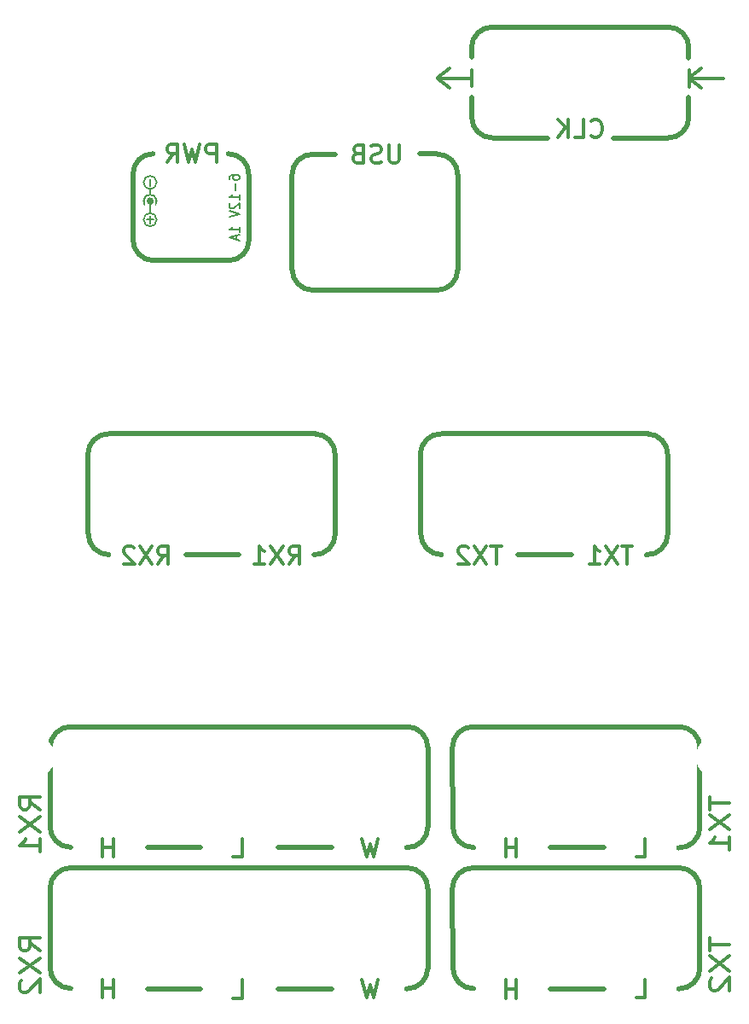
<source format=gbo>
%MOIN*%
%OFA0B0*%
%FSLAX46Y46*%
%IPPOS*%
%LPD*%
%ADD10C,0.005905511811023622*%
%ADD11C,0.011811023622047244*%
%ADD12C,0.01968503937007874*%
%ADD13C,0.031496062992125991*%
%ADD14C,0.11811023622047245*%
%ADD15C,0.027559055118110236*%
%ADD16C,0.053149606299212608*%
%ADD27C,0.005905511811023622*%
%ADD28C,0.011811023622047244*%
%ADD29C,0.01968503937007874*%
%ADD30C,0.013779527559055118*%
%ADD31C,0.031496062992125991*%
%ADD32C,0.015748031496062995*%
%ADD33C,0.11811023622047245*%
%ADD34C,0.027559055118110236*%
%ADD35C,0.053149606299212608*%
%ADD36C,0.00039370078740157485*%
%ADD47C,0.005905511811023622*%
%ADD48C,0.01968503937007874*%
%ADD49C,0.011811023622047244*%
%ADD50C,0.031496062992125991*%
%ADD51C,0.015748031496062995*%
%ADD52C,0.11811023622047245*%
%ADD53C,0.027559055118110236*%
%ADD54C,0.053149606299212608*%
%ADD55C,0.00039370078740157485*%
%LPD*%
G01*
D10*
D11*
X0001737630Y0003870880D02*
X0001784875Y0003831510D01*
X0001737630Y0003871647D02*
X0001784875Y0003910250D01*
X0001871489Y0003902376D02*
X0001871489Y0003839384D01*
X0001871489Y0003870880D02*
X0001737630Y0003870880D01*
D12*
X0000920697Y0003575629D02*
G75*
G02X0001001410Y0003492928I0000000003J-0000080732D01*
G01*
X0001001410Y0003492928D02*
X0001001410Y0003237022D01*
X0001001410Y0003237022D02*
G75*
G02X0000922670Y0003158282I-0000078740D01*
G01*
X0001871674Y0003989757D02*
G75*
G02X0001954376Y0004070466I0000080732D01*
G01*
D11*
X0002721882Y0003902376D02*
X0002721882Y0003835447D01*
X0002721882Y0003871647D02*
X0002769127Y0003910250D01*
X0002855741Y0003870880D02*
X0002721882Y0003870880D01*
X0002721882Y0003870880D02*
X0002769127Y0003831510D01*
D12*
X0001871674Y0003989757D02*
X0001871674Y0003952380D01*
X0002720517Y0003987765D02*
X0002720517Y0003950387D01*
X0002720517Y0003794851D02*
X0002720517Y0003718104D01*
X0001872068Y0003796844D02*
X0001872068Y0003718104D01*
X0001952777Y0003637371D02*
G75*
G02X0001872044Y0003718104J0000080732D01*
G01*
X0002720517Y0003718104D02*
G75*
G02X0002637816Y0003637395I-0000080732D01*
G01*
X0002169312Y0003637395D02*
X0001954745Y0003637395D01*
D11*
X0002338296Y0003644784D02*
X0002341670Y0003641409D01*
X0002351794Y0003638035D01*
X0002358543Y0003638035D01*
X0002368667Y0003641409D01*
X0002375416Y0003648158D01*
X0002378791Y0003654907D01*
X0002382165Y0003668406D01*
X0002382165Y0003678529D01*
X0002378791Y0003692028D01*
X0002375416Y0003698777D01*
X0002368667Y0003705526D01*
X0002358543Y0003708901D01*
X0002351794Y0003708901D01*
X0002341670Y0003705526D01*
X0002338296Y0003702152D01*
X0002274179Y0003638035D02*
X0002307925Y0003638035D01*
X0002307925Y0003708901D01*
X0002250557Y0003638035D02*
X0002250557Y0003708901D01*
X0002210062Y0003638035D02*
X0002240433Y0003678529D01*
X0002210062Y0003708901D02*
X0002250557Y0003668406D01*
D12*
X0002637816Y0003637395D02*
X0002425218Y0003637395D01*
D10*
X0000924732Y0003476617D02*
X0000924732Y0003483366D01*
X0000926607Y0003486741D01*
X0000928482Y0003488428D01*
X0000934106Y0003491803D01*
X0000941605Y0003493490D01*
X0000956603Y0003493490D01*
X0000960353Y0003491803D01*
X0000962227Y0003490116D01*
X0000964102Y0003486741D01*
X0000964102Y0003479992D01*
X0000962227Y0003476617D01*
X0000960353Y0003474930D01*
X0000956603Y0003473243D01*
X0000947229Y0003473243D01*
X0000943480Y0003474930D01*
X0000941605Y0003476617D01*
X0000939730Y0003479992D01*
X0000939730Y0003486741D01*
X0000941605Y0003490116D01*
X0000943480Y0003491803D01*
X0000947229Y0003493490D01*
X0000949104Y0003458057D02*
X0000949104Y0003431060D01*
X0000964102Y0003395627D02*
X0000964102Y0003415875D01*
X0000964102Y0003405751D02*
X0000924732Y0003405751D01*
X0000930356Y0003409126D01*
X0000934106Y0003412500D01*
X0000935981Y0003415875D01*
X0000928482Y0003382129D02*
X0000926607Y0003380442D01*
X0000924732Y0003377067D01*
X0000924732Y0003368631D01*
X0000926607Y0003365256D01*
X0000928482Y0003363569D01*
X0000932231Y0003361882D01*
X0000935981Y0003361882D01*
X0000941605Y0003363569D01*
X0000964102Y0003383816D01*
X0000964102Y0003361882D01*
X0000924732Y0003351758D02*
X0000964102Y0003339947D01*
X0000924732Y0003328136D01*
X0000964102Y0003270768D02*
X0000964102Y0003291015D01*
X0000964102Y0003280892D02*
X0000924732Y0003280892D01*
X0000930356Y0003284266D01*
X0000934106Y0003287641D01*
X0000935981Y0003291015D01*
X0000952854Y0003257270D02*
X0000952854Y0003240397D01*
X0000964102Y0003260644D02*
X0000924732Y0003248833D01*
X0000964102Y0003237022D01*
D12*
X0001339421Y0003573758D02*
X0001252807Y0003573758D01*
X0001737029Y0003574427D02*
X0001668131Y0003574427D01*
X0001817785Y0003123222D02*
G75*
G02X0001735084Y0003042513I-0000080732D01*
G01*
X0001251230Y0003042513D02*
G75*
G02X0001170517Y0003125214I-0000000003J0000080732D01*
G01*
X0001250838Y0003042262D02*
X0001735090Y0003042262D01*
X0001170124Y0003121253D02*
X0001170124Y0003491332D01*
X0001170124Y0003491332D02*
G75*
G02X0001252807Y0003573758I0000080714J0000001717D01*
G01*
X0001737029Y0003574427D02*
G75*
G02X0001817737Y0003491726J-0000080732D01*
G01*
X0001817761Y0003122435D02*
X0001817737Y0003491726D01*
X0000548654Y0003240959D02*
X0000548654Y0003496865D01*
X0000548654Y0003496865D02*
G75*
G02X0000627394Y0003575605I0000078740D01*
G01*
X0000629367Y0003158258D02*
G75*
G02X0000548654Y0003240959I-0000000003J0000080732D01*
G01*
X0000629367Y0003158258D02*
X0000921305Y0003158258D01*
D11*
X0000874240Y0003541806D02*
X0000874240Y0003612672D01*
X0000847243Y0003612672D01*
X0000840494Y0003609297D01*
X0000837120Y0003605922D01*
X0000833745Y0003599173D01*
X0000833745Y0003589050D01*
X0000837120Y0003582300D01*
X0000840494Y0003578926D01*
X0000847243Y0003575551D01*
X0000874240Y0003575551D01*
X0000810123Y0003612672D02*
X0000793250Y0003541806D01*
X0000779752Y0003592424D01*
X0000766254Y0003541806D01*
X0000749381Y0003612672D01*
X0000681889Y0003541806D02*
X0000705511Y0003575551D01*
X0000722384Y0003541806D02*
X0000722384Y0003612672D01*
X0000695387Y0003612672D01*
X0000688638Y0003609297D01*
X0000685264Y0003605922D01*
X0000681889Y0003599173D01*
X0000681889Y0003589050D01*
X0000685264Y0003582300D01*
X0000688638Y0003578926D01*
X0000695387Y0003575551D01*
X0000722384Y0003575551D01*
X0001590259Y0003609585D02*
X0001590259Y0003552217D01*
X0001586884Y0003545468D01*
X0001583510Y0003542094D01*
X0001576760Y0003538719D01*
X0001563262Y0003538719D01*
X0001556513Y0003542094D01*
X0001553138Y0003545468D01*
X0001549764Y0003552217D01*
X0001549764Y0003609585D01*
X0001519392Y0003542094D02*
X0001509269Y0003538719D01*
X0001492396Y0003538719D01*
X0001485647Y0003542094D01*
X0001482272Y0003545468D01*
X0001478898Y0003552217D01*
X0001478898Y0003558967D01*
X0001482272Y0003565716D01*
X0001485647Y0003569090D01*
X0001492396Y0003572465D01*
X0001505894Y0003575840D01*
X0001512643Y0003579214D01*
X0001516018Y0003582589D01*
X0001519392Y0003589338D01*
X0001519392Y0003596087D01*
X0001516018Y0003602836D01*
X0001512643Y0003606211D01*
X0001505894Y0003609585D01*
X0001489021Y0003609585D01*
X0001478898Y0003606211D01*
X0001424904Y0003575840D02*
X0001414781Y0003572465D01*
X0001411406Y0003569090D01*
X0001408031Y0003562341D01*
X0001408031Y0003552217D01*
X0001411406Y0003545468D01*
X0001414781Y0003542094D01*
X0001421530Y0003538719D01*
X0001448526Y0003538719D01*
X0001448526Y0003609585D01*
X0001424904Y0003609585D01*
X0001418155Y0003606211D01*
X0001414781Y0003602836D01*
X0001411406Y0003596087D01*
X0001411406Y0003589338D01*
X0001414781Y0003582589D01*
X0001418155Y0003579214D01*
X0001424904Y0003575840D01*
X0001448526Y0003575840D01*
D12*
X0002639809Y0004070466D02*
X0001954376Y0004070466D01*
X0002639809Y0004070466D02*
G75*
G02X0002720517Y0003987765J-0000080732D01*
G01*
D10*
X0000589993Y0003390565D02*
G75*
G02X0000615583Y0003416156I0000025590D01*
G01*
X0000615583Y0003416156D02*
G75*
G02X0000641174Y0003390565J-0000025590D01*
G01*
X0000615583Y0003416156D02*
X0000615583Y0003437810D01*
X0000641174Y0003463400D02*
G75*
G03X0000641174Y0003463400I-0000025590D01*
G01*
X0000641174Y0003317731D02*
G75*
G03X0000641174Y0003317731I-0000025590D01*
G01*
X0000615583Y0003343321D02*
X0000615583Y0003378754D01*
D11*
X0000619520Y0003390565D02*
G75*
G03X0000619520Y0003390565I-0000003937D01*
G01*
X0000623457Y0003390565D02*
G75*
G03X0000623457Y0003390565I-0000007874D01*
G01*
D10*
X0000593930Y0003376786D02*
G75*
G02X0000601804Y0003412219I0000021653J0000013779D01*
G01*
X0000629363Y0003412219D02*
G75*
G02X0000637237Y0003376786I-0000013779J-0000021653D01*
G01*
X0000615583Y0003477180D02*
X0000615583Y0003449621D01*
X0000615583Y0003331510D02*
X0000615583Y0003303951D01*
X0000629363Y0003317731D02*
X0000601804Y0003317731D01*
%LPC*%
D13*
X0002902964Y0004172308D02*
G75*
G03X0002902964Y0004172308I-0000070866D01*
G01*
X0002902177Y0003106166D02*
G75*
G03X0002902177Y0003106166I-0000070866D01*
G01*
X0000225405Y0003107347D02*
G75*
G03X0000225405Y0003107347I-0000070866D01*
G01*
X0000225799Y0004171914D02*
G75*
G03X0000225799Y0004171914I-0000070866D01*
G01*
D14*
X0002185433Y0003861417D02*
G75*
G03X0002185433Y0003861417I-0000104724D01*
G01*
D15*
X0002196062Y0003933858D02*
X0002196062Y0003788582D01*
D16*
X0002231496Y0003861417D02*
G75*
G03X0002231496Y0003861417I-0000150787D01*
G01*
X0002664566Y0003861417D02*
G75*
G03X0002664566Y0003861417I-0000150787D01*
G01*
D15*
X0002629133Y0003933858D02*
X0002629133Y0003788582D01*
D14*
X0002618503Y0003861417D02*
G75*
G03X0002618503Y0003861417I-0000104724D01*
G01*
G04 next file*
%LPD*%
G01*
D27*
D28*
X0002515466Y0000828965D02*
X0002549212Y0000828965D01*
X0002549212Y0000899831D01*
D29*
X0002387795Y0000864960D02*
X0002179133Y0000864960D01*
D28*
X0002045837Y0000828378D02*
X0002045837Y0000899245D01*
X0002045837Y0000865499D02*
X0002005342Y0000865499D01*
X0002005342Y0000828378D02*
X0002005342Y0000899245D01*
D29*
X0001879527Y0000865354D02*
G75*
G02X0001798818Y0000948055J0000080732D01*
G01*
X0001796850Y0001255118D02*
X0001798818Y0000948055D01*
X0001796826Y0001256692D02*
G75*
G02X0001879527Y0001337401I0000080732D01*
G01*
X0002687007Y0001337401D02*
X0001879921Y0001337401D01*
X0002683070Y0001337401D02*
G75*
G02X0002763779Y0001254700J-0000080732D01*
G01*
X0002763779Y0000944881D02*
X0002763779Y0001254700D01*
X0002763779Y0000944881D02*
G75*
G02X0002681078Y0000864173I-0000080732D01*
G01*
D30*
X0002801368Y0001062748D02*
X0002801368Y0001013254D01*
X0002880108Y0001038001D02*
X0002801368Y0001038001D01*
X0002801368Y0000992632D02*
X0002880108Y0000934889D01*
X0002801368Y0000934889D02*
X0002880108Y0000992632D01*
X0002880108Y0000856523D02*
X0002880108Y0000906018D01*
X0002880108Y0000881271D02*
X0002801368Y0000881271D01*
X0002812617Y0000889520D01*
X0002820116Y0000897769D01*
X0002823865Y0000906018D01*
D29*
X0001796826Y0000705511D02*
G75*
G02X0001879527Y0000786220I0000080732D01*
G01*
X0001796850Y0000703937D02*
X0001798818Y0000396874D01*
X0001879527Y0000314173D02*
G75*
G02X0001798818Y0000396874J0000080732D01*
G01*
X0001620077Y0001337401D02*
G75*
G02X0001700787Y0001254700J-0000080732D01*
G01*
X0001700787Y0000946850D02*
X0001700787Y0001254700D01*
X0001700787Y0000945669D02*
G75*
G02X0001618086Y0000864960I-0000080732D01*
G01*
D28*
X0001504780Y0000899831D02*
X0001487907Y0000828965D01*
X0001474409Y0000879583D01*
X0001460911Y0000828965D01*
X0001444038Y0000899831D01*
D29*
X0001324803Y0000864960D02*
X0001116141Y0000864960D01*
D28*
X0000940663Y0000828378D02*
X0000974409Y0000828378D01*
X0000974409Y0000899245D01*
D29*
X0000812992Y0000864960D02*
X0000604330Y0000864960D01*
D28*
X0000471034Y0000828965D02*
X0000471034Y0000899831D01*
X0000471034Y0000866085D02*
X0000430539Y0000866085D01*
X0000430539Y0000828965D02*
X0000430539Y0000899831D01*
D29*
X0000305355Y0000866342D02*
G75*
G02X0000224647Y0000949044J0000080732D01*
G01*
X0001624015Y0001337401D02*
X0000307086Y0001337401D01*
X0000224385Y0001256692D02*
G75*
G02X0000307086Y0001337401I0000080732D01*
G01*
X0000224647Y0000949020D02*
X0000224647Y0001258075D01*
D30*
X0000184439Y0001013948D02*
X0000146944Y0001042818D01*
X0000184439Y0001063442D02*
X0000105699Y0001063442D01*
X0000105699Y0001030446D01*
X0000109448Y0001022197D01*
X0000113198Y0001018072D01*
X0000120697Y0001013948D01*
X0000131945Y0001013948D01*
X0000139445Y0001018072D01*
X0000143194Y0001022197D01*
X0000146944Y0001030446D01*
X0000146944Y0001063442D01*
X0000105699Y0000985076D02*
X0000184439Y0000927334D01*
X0000105699Y0000927334D02*
X0000184439Y0000985076D01*
X0000184439Y0000848968D02*
X0000184439Y0000898462D01*
X0000184439Y0000873715D02*
X0000105699Y0000873715D01*
X0000116947Y0000881963D01*
X0000124446Y0000890212D01*
X0000128196Y0000898462D01*
D28*
X0002045837Y0000277197D02*
X0002045837Y0000348063D01*
X0002045837Y0000314318D02*
X0002005342Y0000314318D01*
X0002005342Y0000277197D02*
X0002005342Y0000348063D01*
X0002515466Y0000277784D02*
X0002549212Y0000277784D01*
X0002549212Y0000348650D01*
D29*
X0002387795Y0000313779D02*
X0002179133Y0000313779D01*
X0002687007Y0000786220D02*
X0001879921Y0000786220D01*
X0002683070Y0000786220D02*
G75*
G02X0002763779Y0000703519J-0000080732D01*
G01*
X0002763779Y0000393700D02*
X0002763779Y0000703519D01*
X0002763779Y0000394488D02*
G75*
G02X0002681078Y0000313779I-0000080732D01*
G01*
D30*
X0002801368Y0000511567D02*
X0002801368Y0000462073D01*
X0002880108Y0000486820D02*
X0002801368Y0000486820D01*
X0002801368Y0000441451D02*
X0002880108Y0000383708D01*
X0002801368Y0000383708D02*
X0002880108Y0000441451D01*
X0002808867Y0000354836D02*
X0002805118Y0000350711D01*
X0002801368Y0000342463D01*
X0002801368Y0000321841D01*
X0002805118Y0000313592D01*
X0002808867Y0000309467D01*
X0002816366Y0000305343D01*
X0002823865Y0000305343D01*
X0002835114Y0000309467D01*
X0002880108Y0000358961D01*
X0002880108Y0000305343D01*
D29*
X0000812992Y0000313779D02*
X0000604330Y0000313779D01*
D30*
X0000184439Y0000462767D02*
X0000146944Y0000491637D01*
X0000184439Y0000512260D02*
X0000105699Y0000512260D01*
X0000105699Y0000479265D01*
X0000109448Y0000471016D01*
X0000113198Y0000466891D01*
X0000120697Y0000462767D01*
X0000131945Y0000462767D01*
X0000139445Y0000466891D01*
X0000143194Y0000471016D01*
X0000146944Y0000479265D01*
X0000146944Y0000512260D01*
X0000105699Y0000433895D02*
X0000184439Y0000376152D01*
X0000105699Y0000376152D02*
X0000184439Y0000433895D01*
X0000113198Y0000347281D02*
X0000109448Y0000343156D01*
X0000105699Y0000334908D01*
X0000105699Y0000314285D01*
X0000109448Y0000306036D01*
X0000113198Y0000301912D01*
X0000120697Y0000297787D01*
X0000128196Y0000297787D01*
X0000139445Y0000301912D01*
X0000184439Y0000351406D01*
X0000184439Y0000297787D01*
D29*
X0001700787Y0000393700D02*
X0001700787Y0000703519D01*
X0001700787Y0000394488D02*
G75*
G02X0001618086Y0000313779I-0000080732D01*
G01*
X0001620077Y0000786220D02*
G75*
G02X0001700787Y0000703519J-0000080732D01*
G01*
X0001324803Y0000313779D02*
X0001116141Y0000313779D01*
X0000224647Y0000397838D02*
X0000224647Y0000706893D01*
X0000305355Y0000315161D02*
G75*
G02X0000224647Y0000397861J0000080732D01*
G01*
X0000224385Y0000705511D02*
G75*
G02X0000307086Y0000786220I0000080732D01*
G01*
X0001624015Y0000786220D02*
X0000307086Y0000786220D01*
D28*
X0000471034Y0000277784D02*
X0000471034Y0000348650D01*
X0000471034Y0000314904D02*
X0000430539Y0000314904D01*
X0000430539Y0000277784D02*
X0000430539Y0000348650D01*
X0000940663Y0000277197D02*
X0000974409Y0000277197D01*
X0000974409Y0000348063D01*
X0001504780Y0000348650D02*
X0001487907Y0000277784D01*
X0001474409Y0000328402D01*
X0001460911Y0000277784D01*
X0001444038Y0000348650D01*
%LPC*%
D31*
X0002904724Y0001219685D02*
G75*
G03X0002904724Y0001219685I-0000070866D01*
G01*
X0002903936Y0000153543D02*
G75*
G03X0002903936Y0000153543I-0000070866D01*
G01*
X0000227165Y0000154724D02*
G75*
G03X0000227165Y0000154724I-0000070866D01*
G01*
X0000227559Y0001219291D02*
G75*
G03X0000227559Y0001219291I-0000070866D01*
G01*
D32*
X0000933070Y0000080651D02*
X0000983689Y0000080651D01*
X0000983689Y0000186951D01*
X0000897637Y0000080651D02*
X0000897637Y0000151518D01*
X0000897637Y0000186951D02*
X0000902699Y0000181889D01*
X0000897637Y0000176827D01*
X0000892575Y0000181889D01*
X0000897637Y0000186951D01*
X0000897637Y0000176827D01*
X0000847019Y0000080651D02*
X0000847019Y0000151518D01*
X0000847019Y0000141394D02*
X0000841957Y0000146456D01*
X0000831833Y0000151518D01*
X0000816647Y0000151518D01*
X0000806524Y0000146456D01*
X0000801462Y0000136332D01*
X0000801462Y0000080651D01*
X0000801462Y0000136332D02*
X0000796400Y0000146456D01*
X0000786276Y0000151518D01*
X0000771091Y0000151518D01*
X0000760967Y0000146456D01*
X0000755905Y0000136332D01*
X0000755905Y0000080651D01*
X0000664791Y0000085714D02*
X0000674915Y0000080651D01*
X0000695163Y0000080651D01*
X0000705286Y0000085714D01*
X0000710348Y0000095838D01*
X0000710348Y0000136332D01*
X0000705286Y0000146456D01*
X0000695163Y0000151518D01*
X0000674915Y0000151518D01*
X0000664791Y0000146456D01*
X0000659730Y0000136332D01*
X0000659730Y0000126208D01*
X0000710348Y0000116084D01*
X0000619235Y0000085714D02*
X0000604049Y0000080651D01*
X0000578740Y0000080651D01*
X0000568616Y0000085714D01*
X0000563554Y0000090776D01*
X0000558492Y0000100899D01*
X0000558492Y0000111023D01*
X0000563554Y0000121147D01*
X0000568616Y0000126208D01*
X0000578740Y0000131271D01*
X0000598987Y0000136332D01*
X0000609111Y0000141394D01*
X0000614173Y0000146456D01*
X0000619235Y0000156580D01*
X0000619235Y0000166704D01*
X0000614173Y0000176827D01*
X0000609111Y0000181889D01*
X0000598987Y0000186951D01*
X0000573678Y0000186951D01*
X0000558492Y0000181889D01*
X0000512935Y0000080651D02*
X0000512935Y0000186951D01*
X0000487626Y0000186951D01*
X0000472440Y0000181889D01*
X0000462317Y0000171766D01*
X0000457255Y0000161642D01*
X0000452193Y0000141394D01*
X0000452193Y0000126208D01*
X0000457255Y0000105961D01*
X0000462317Y0000095838D01*
X0000472440Y0000085714D01*
X0000487626Y0000080651D01*
X0000512935Y0000080651D01*
X0000345894Y0000080651D02*
X0000381327Y0000131271D01*
X0000406636Y0000080651D02*
X0000406636Y0000186951D01*
X0000366141Y0000186951D01*
X0000356017Y0000181889D01*
X0000350956Y0000176827D01*
X0000345894Y0000166704D01*
X0000345894Y0000151518D01*
X0000350956Y0000141394D01*
X0000356017Y0000136332D01*
X0000366141Y0000131271D01*
X0000406636Y0000131271D01*
D33*
X0002642124Y0000557874D02*
G75*
G03X0002642124Y0000557874I-0000104724D01*
G01*
D34*
X0002652755Y0000630314D02*
X0002652755Y0000485039D01*
D35*
X0002688188Y0000557874D02*
G75*
G03X0002688188Y0000557874I-0000150787D01*
G01*
D33*
X0002130314Y0000557874D02*
G75*
G03X0002130314Y0000557874I-0000104724D01*
G01*
D34*
X0002140944Y0000630314D02*
X0002140944Y0000485039D01*
D35*
X0002176377Y0000557874D02*
G75*
G03X0002176377Y0000557874I-0000150787D01*
G01*
D33*
X0002642124Y0001109055D02*
G75*
G03X0002642124Y0001109055I-0000104724D01*
G01*
D34*
X0002652755Y0001181496D02*
X0002652755Y0001036219D01*
D35*
X0002688188Y0001109055D02*
G75*
G03X0002688188Y0001109055I-0000150787D01*
G01*
D33*
X0002130314Y0001109055D02*
G75*
G03X0002130314Y0001109055I-0000104724D01*
G01*
D34*
X0002140944Y0001181496D02*
X0002140944Y0001036219D01*
D35*
X0002176377Y0001109055D02*
G75*
G03X0002176377Y0001109055I-0000150787D01*
G01*
D33*
X0001579133Y0000557874D02*
G75*
G03X0001579133Y0000557874I-0000104724D01*
G01*
D34*
X0001589763Y0000630314D02*
X0001589763Y0000485039D01*
D35*
X0001625196Y0000557874D02*
G75*
G03X0001625196Y0000557874I-0000150787D01*
G01*
D33*
X0001067322Y0000557874D02*
G75*
G03X0001067322Y0000557874I-0000104724D01*
G01*
D34*
X0001077952Y0000630314D02*
X0001077952Y0000485039D01*
D35*
X0001113385Y0000557874D02*
G75*
G03X0001113385Y0000557874I-0000150787D01*
G01*
D33*
X0000555511Y0000557874D02*
G75*
G03X0000555511Y0000557874I-0000104724D01*
G01*
D34*
X0000566141Y0000630314D02*
X0000566141Y0000485039D01*
D35*
X0000601574Y0000557874D02*
G75*
G03X0000601574Y0000557874I-0000150787D01*
G01*
D33*
X0001579133Y0001109055D02*
G75*
G03X0001579133Y0001109055I-0000104724D01*
G01*
D34*
X0001589763Y0001181496D02*
X0001589763Y0001036219D01*
D35*
X0001625196Y0001109055D02*
G75*
G03X0001625196Y0001109055I-0000150787D01*
G01*
D33*
X0001067322Y0001109055D02*
G75*
G03X0001067322Y0001109055I-0000104724D01*
G01*
D34*
X0001077952Y0001181496D02*
X0001077952Y0001036219D01*
D35*
X0001113385Y0001109055D02*
G75*
G03X0001113385Y0001109055I-0000150787D01*
G01*
D33*
X0000555511Y0001109055D02*
G75*
G03X0000555511Y0001109055I-0000104724D01*
G01*
D34*
X0000566141Y0001181496D02*
X0000566141Y0001036219D01*
D35*
X0000601574Y0001109055D02*
G75*
G03X0000601574Y0001109055I-0000150787D01*
G01*
D36*
G36*
X0001226218Y0000202684D02*
X0001227658Y0000203136D01*
X0001229257Y0000204209D01*
X0001231242Y0000206166D01*
X0001233842Y0000209269D01*
X0001237283Y0000213781D01*
X0001241793Y0000219963D01*
X0001247598Y0000228081D01*
X0001251314Y0000233307D01*
X0001257145Y0000241551D01*
X0001262393Y0000249039D01*
X0001266841Y0000255456D01*
X0001270269Y0000260483D01*
X0001272459Y0000263805D01*
X0001273198Y0000265092D01*
X0001272560Y0000266181D01*
X0001270359Y0000264985D01*
X0001266566Y0000261483D01*
X0001263826Y0000258604D01*
X0001256967Y0000251160D01*
X0001251485Y0000245109D01*
X0001246791Y0000239771D01*
X0001242297Y0000234467D01*
X0001237416Y0000228517D01*
X0001232095Y0000221910D01*
X0001227492Y0000216033D01*
X0001223661Y0000210886D01*
X0001220906Y0000206896D01*
X0001219531Y0000204494D01*
X0001219441Y0000204053D01*
X0001221050Y0000203062D01*
X0001224322Y0000202597D01*
X0001224711Y0000202592D01*
X0001226218Y0000202684D01*
X0001226218Y0000202684D01*
G37*
X0001226218Y0000202684D02*
X0001227658Y0000203136D01*
X0001229257Y0000204209D01*
X0001231242Y0000206166D01*
X0001233842Y0000209269D01*
X0001237283Y0000213781D01*
X0001241793Y0000219963D01*
X0001247598Y0000228081D01*
X0001251314Y0000233307D01*
X0001257145Y0000241551D01*
X0001262393Y0000249039D01*
X0001266841Y0000255456D01*
X0001270269Y0000260483D01*
X0001272459Y0000263805D01*
X0001273198Y0000265092D01*
X0001272560Y0000266181D01*
X0001270359Y0000264985D01*
X0001266566Y0000261483D01*
X0001263826Y0000258604D01*
X0001256967Y0000251160D01*
X0001251485Y0000245109D01*
X0001246791Y0000239771D01*
X0001242297Y0000234467D01*
X0001237416Y0000228517D01*
X0001232095Y0000221910D01*
X0001227492Y0000216033D01*
X0001223661Y0000210886D01*
X0001220906Y0000206896D01*
X0001219531Y0000204494D01*
X0001219441Y0000204053D01*
X0001221050Y0000203062D01*
X0001224322Y0000202597D01*
X0001224711Y0000202592D01*
X0001226218Y0000202684D01*
G36*
X0001093904Y0000024027D02*
X0001096747Y0000026656D01*
X0001101021Y0000031396D01*
X0001103391Y0000034178D01*
X0001107449Y0000038984D01*
X0001110913Y0000043063D01*
X0001113305Y0000045854D01*
X0001114029Y0000046678D01*
X0001115373Y0000048258D01*
X0001118215Y0000051669D01*
X0001122244Y0000056533D01*
X0001127145Y0000062471D01*
X0001132536Y0000069021D01*
X0001138665Y0000076386D01*
X0001144904Y0000083725D01*
X0001150748Y0000090451D01*
X0001155690Y0000095984D01*
X0001158524Y0000099021D01*
X0001162793Y0000103394D01*
X0001165633Y0000106008D01*
X0001167589Y0000107167D01*
X0001169210Y0000107174D01*
X0001171042Y0000106332D01*
X0001171373Y0000106149D01*
X0001175209Y0000103098D01*
X0001178255Y0000098434D01*
X0001180728Y0000091722D01*
X0001182561Y0000084000D01*
X0001184416Y0000074797D01*
X0001185828Y0000068025D01*
X0001186905Y0000063311D01*
X0001187758Y0000060284D01*
X0001188497Y0000058571D01*
X0001189230Y0000057800D01*
X0001190069Y0000057597D01*
X0001190346Y0000057592D01*
X0001191458Y0000058069D01*
X0001192345Y0000059797D01*
X0001193125Y0000063227D01*
X0001193915Y0000068808D01*
X0001194404Y0000073015D01*
X0001195125Y0000080018D01*
X0001195699Y0000086573D01*
X0001196053Y0000091784D01*
X0001196130Y0000094087D01*
X0001196830Y0000100332D01*
X0001198684Y0000107879D01*
X0001201349Y0000115592D01*
X0001204485Y0000122338D01*
X0001204795Y0000122887D01*
X0001206737Y0000126981D01*
X0001207136Y0000129541D01*
X0001206060Y0000130237D01*
X0001203627Y0000128785D01*
X0001202113Y0000127678D01*
X0001199750Y0000126296D01*
X0001196131Y0000124434D01*
X0001190849Y0000121880D01*
X0001183496Y0000118431D01*
X0001180684Y0000117124D01*
X0001177392Y0000116241D01*
X0001172576Y0000115655D01*
X0001169491Y0000115524D01*
X0001164641Y0000115672D01*
X0001161563Y0000116475D01*
X0001159186Y0000118299D01*
X0001158204Y0000119384D01*
X0001155566Y0000123530D01*
X0001153933Y0000128031D01*
X0001153923Y0000128086D01*
X0001154182Y0000133516D01*
X0001156644Y0000140670D01*
X0001161278Y0000149497D01*
X0001168051Y0000159942D01*
X0001176931Y0000171951D01*
X0001187828Y0000185399D01*
X0001192213Y0000190983D01*
X0001194764Y0000195080D01*
X0001195349Y0000197473D01*
X0001195326Y0000197542D01*
X0001194581Y0000200182D01*
X0001193659Y0000204425D01*
X0001193199Y0000206878D01*
X0001192480Y0000210633D01*
X0001191593Y0000214511D01*
X0001190363Y0000219182D01*
X0001188614Y0000225321D01*
X0001186496Y0000232499D01*
X0001184859Y0000236013D01*
X0001182926Y0000237349D01*
X0001181142Y0000236201D01*
X0001181129Y0000236179D01*
X0001180692Y0000234253D01*
X0001180156Y0000230033D01*
X0001179579Y0000224079D01*
X0001179019Y0000216952D01*
X0001178840Y0000214319D01*
X0001177867Y0000202569D01*
X0001176576Y0000193226D01*
X0001174849Y0000185842D01*
X0001172567Y0000179971D01*
X0001169610Y0000175169D01*
X0001167800Y0000172984D01*
X0001164579Y0000169618D01*
X0001161429Y0000166951D01*
X0001157955Y0000164880D01*
X0001153763Y0000163302D01*
X0001148457Y0000162112D01*
X0001141642Y0000161209D01*
X0001132925Y0000160488D01*
X0001121910Y0000159846D01*
X0001116570Y0000159579D01*
X0001109155Y0000159152D01*
X0001102708Y0000158658D01*
X0001097793Y0000158149D01*
X0001094978Y0000157678D01*
X0001094602Y0000157537D01*
X0001093520Y0000155887D01*
X0001094675Y0000154292D01*
X0001097498Y0000153364D01*
X0001098537Y0000153307D01*
X0001103713Y0000152780D01*
X0001110310Y0000151367D01*
X0001117581Y0000149312D01*
X0001124779Y0000146864D01*
X0001131156Y0000144269D01*
X0001135963Y0000141775D01*
X0001137916Y0000140301D01*
X0001140437Y0000137535D01*
X0001141132Y0000135512D01*
X0001140292Y0000133056D01*
X0001139892Y0000132268D01*
X0001136845Y0000128149D01*
X0001131388Y0000122959D01*
X0001123467Y0000116649D01*
X0001113028Y0000109176D01*
X0001110402Y0000107381D01*
X0001103599Y0000102838D01*
X0001095680Y0000097668D01*
X0001087247Y0000092252D01*
X0001078904Y0000086976D01*
X0001071253Y0000082218D01*
X0001064897Y0000078361D01*
X0001061179Y0000076197D01*
X0001055797Y0000073088D01*
X0001052511Y0000070921D01*
X0001050865Y0000069349D01*
X0001050405Y0000068026D01*
X0001050404Y0000067991D01*
X0001051563Y0000068054D01*
X0001055057Y0000069402D01*
X0001060911Y0000072048D01*
X0001069149Y0000076003D01*
X0001079796Y0000081280D01*
X0001092878Y0000087892D01*
X0001108419Y0000095850D01*
X0001125146Y0000104493D01*
X0001131428Y0000107613D01*
X0001135731Y0000109383D01*
X0001138503Y0000109952D01*
X0001140061Y0000109564D01*
X0001142251Y0000107661D01*
X0001142840Y0000106714D01*
X0001142656Y0000105745D01*
X0001141713Y0000103719D01*
X0001139916Y0000100484D01*
X0001137170Y0000095890D01*
X0001133380Y0000089785D01*
X0001128450Y0000082016D01*
X0001122286Y0000072431D01*
X0001114793Y0000060879D01*
X0001105875Y0000047211D01*
X0001098749Y0000036323D01*
X0001095652Y0000031465D01*
X0001093271Y0000027482D01*
X0001091970Y0000024991D01*
X0001091833Y0000024537D01*
X0001092322Y0000023368D01*
X0001093904Y0000024027D01*
X0001093904Y0000024027D01*
G37*
X0001093904Y0000024027D02*
X0001096747Y0000026656D01*
X0001101021Y0000031396D01*
X0001103391Y0000034178D01*
X0001107449Y0000038984D01*
X0001110913Y0000043063D01*
X0001113305Y0000045854D01*
X0001114029Y0000046678D01*
X0001115373Y0000048258D01*
X0001118215Y0000051669D01*
X0001122244Y0000056533D01*
X0001127145Y0000062471D01*
X0001132536Y0000069021D01*
X0001138665Y0000076386D01*
X0001144904Y0000083725D01*
X0001150748Y0000090451D01*
X0001155690Y0000095984D01*
X0001158524Y0000099021D01*
X0001162793Y0000103394D01*
X0001165633Y0000106008D01*
X0001167589Y0000107167D01*
X0001169210Y0000107174D01*
X0001171042Y0000106332D01*
X0001171373Y0000106149D01*
X0001175209Y0000103098D01*
X0001178255Y0000098434D01*
X0001180728Y0000091722D01*
X0001182561Y0000084000D01*
X0001184416Y0000074797D01*
X0001185828Y0000068025D01*
X0001186905Y0000063311D01*
X0001187758Y0000060284D01*
X0001188497Y0000058571D01*
X0001189230Y0000057800D01*
X0001190069Y0000057597D01*
X0001190346Y0000057592D01*
X0001191458Y0000058069D01*
X0001192345Y0000059797D01*
X0001193125Y0000063227D01*
X0001193915Y0000068808D01*
X0001194404Y0000073015D01*
X0001195125Y0000080018D01*
X0001195699Y0000086573D01*
X0001196053Y0000091784D01*
X0001196130Y0000094087D01*
X0001196830Y0000100332D01*
X0001198684Y0000107879D01*
X0001201349Y0000115592D01*
X0001204485Y0000122338D01*
X0001204795Y0000122887D01*
X0001206737Y0000126981D01*
X0001207136Y0000129541D01*
X0001206060Y0000130237D01*
X0001203627Y0000128785D01*
X0001202113Y0000127678D01*
X0001199750Y0000126296D01*
X0001196131Y0000124434D01*
X0001190849Y0000121880D01*
X0001183496Y0000118431D01*
X0001180684Y0000117124D01*
X0001177392Y0000116241D01*
X0001172576Y0000115655D01*
X0001169491Y0000115524D01*
X0001164641Y0000115672D01*
X0001161563Y0000116475D01*
X0001159186Y0000118299D01*
X0001158204Y0000119384D01*
X0001155566Y0000123530D01*
X0001153933Y0000128031D01*
X0001153923Y0000128086D01*
X0001154182Y0000133516D01*
X0001156644Y0000140670D01*
X0001161278Y0000149497D01*
X0001168051Y0000159942D01*
X0001176931Y0000171951D01*
X0001187828Y0000185399D01*
X0001192213Y0000190983D01*
X0001194764Y0000195080D01*
X0001195349Y0000197473D01*
X0001195326Y0000197542D01*
X0001194581Y0000200182D01*
X0001193659Y0000204425D01*
X0001193199Y0000206878D01*
X0001192480Y0000210633D01*
X0001191593Y0000214511D01*
X0001190363Y0000219182D01*
X0001188614Y0000225321D01*
X0001186496Y0000232499D01*
X0001184859Y0000236013D01*
X0001182926Y0000237349D01*
X0001181142Y0000236201D01*
X0001181129Y0000236179D01*
X0001180692Y0000234253D01*
X0001180156Y0000230033D01*
X0001179579Y0000224079D01*
X0001179019Y0000216952D01*
X0001178840Y0000214319D01*
X0001177867Y0000202569D01*
X0001176576Y0000193226D01*
X0001174849Y0000185842D01*
X0001172567Y0000179971D01*
X0001169610Y0000175169D01*
X0001167800Y0000172984D01*
X0001164579Y0000169618D01*
X0001161429Y0000166951D01*
X0001157955Y0000164880D01*
X0001153763Y0000163302D01*
X0001148457Y0000162112D01*
X0001141642Y0000161209D01*
X0001132925Y0000160488D01*
X0001121910Y0000159846D01*
X0001116570Y0000159579D01*
X0001109155Y0000159152D01*
X0001102708Y0000158658D01*
X0001097793Y0000158149D01*
X0001094978Y0000157678D01*
X0001094602Y0000157537D01*
X0001093520Y0000155887D01*
X0001094675Y0000154292D01*
X0001097498Y0000153364D01*
X0001098537Y0000153307D01*
X0001103713Y0000152780D01*
X0001110310Y0000151367D01*
X0001117581Y0000149312D01*
X0001124779Y0000146864D01*
X0001131156Y0000144269D01*
X0001135963Y0000141775D01*
X0001137916Y0000140301D01*
X0001140437Y0000137535D01*
X0001141132Y0000135512D01*
X0001140292Y0000133056D01*
X0001139892Y0000132268D01*
X0001136845Y0000128149D01*
X0001131388Y0000122959D01*
X0001123467Y0000116649D01*
X0001113028Y0000109176D01*
X0001110402Y0000107381D01*
X0001103599Y0000102838D01*
X0001095680Y0000097668D01*
X0001087247Y0000092252D01*
X0001078904Y0000086976D01*
X0001071253Y0000082218D01*
X0001064897Y0000078361D01*
X0001061179Y0000076197D01*
X0001055797Y0000073088D01*
X0001052511Y0000070921D01*
X0001050865Y0000069349D01*
X0001050405Y0000068026D01*
X0001050404Y0000067991D01*
X0001051563Y0000068054D01*
X0001055057Y0000069402D01*
X0001060911Y0000072048D01*
X0001069149Y0000076003D01*
X0001079796Y0000081280D01*
X0001092878Y0000087892D01*
X0001108419Y0000095850D01*
X0001125146Y0000104493D01*
X0001131428Y0000107613D01*
X0001135731Y0000109383D01*
X0001138503Y0000109952D01*
X0001140061Y0000109564D01*
X0001142251Y0000107661D01*
X0001142840Y0000106714D01*
X0001142656Y0000105745D01*
X0001141713Y0000103719D01*
X0001139916Y0000100484D01*
X0001137170Y0000095890D01*
X0001133380Y0000089785D01*
X0001128450Y0000082016D01*
X0001122286Y0000072431D01*
X0001114793Y0000060879D01*
X0001105875Y0000047211D01*
X0001098749Y0000036323D01*
X0001095652Y0000031465D01*
X0001093271Y0000027482D01*
X0001091970Y0000024991D01*
X0001091833Y0000024537D01*
X0001092322Y0000023368D01*
X0001093904Y0000024027D01*
G36*
X0001238219Y0000176514D02*
X0001242469Y0000178251D01*
X0001248951Y0000181549D01*
X0001250052Y0000182142D01*
X0001256689Y0000185879D01*
X0001264128Y0000190317D01*
X0001271994Y0000195207D01*
X0001279909Y0000200294D01*
X0001287498Y0000205327D01*
X0001294385Y0000210055D01*
X0001300193Y0000214223D01*
X0001304546Y0000217583D01*
X0001307068Y0000219880D01*
X0001307547Y0000220672D01*
X0001307154Y0000221522D01*
X0001305760Y0000221560D01*
X0001303044Y0000220665D01*
X0001298687Y0000218714D01*
X0001292367Y0000215584D01*
X0001286833Y0000212743D01*
X0001274172Y0000206090D01*
X0001263843Y0000200411D01*
X0001255567Y0000195523D01*
X0001249062Y0000191243D01*
X0001244050Y0000187387D01*
X0001240251Y0000183773D01*
X0001237589Y0000180507D01*
X0001235908Y0000177659D01*
X0001236075Y0000176322D01*
X0001238219Y0000176514D01*
X0001238219Y0000176514D01*
G37*
X0001238219Y0000176514D02*
X0001242469Y0000178251D01*
X0001248951Y0000181549D01*
X0001250052Y0000182142D01*
X0001256689Y0000185879D01*
X0001264128Y0000190317D01*
X0001271994Y0000195207D01*
X0001279909Y0000200294D01*
X0001287498Y0000205327D01*
X0001294385Y0000210055D01*
X0001300193Y0000214223D01*
X0001304546Y0000217583D01*
X0001307068Y0000219880D01*
X0001307547Y0000220672D01*
X0001307154Y0000221522D01*
X0001305760Y0000221560D01*
X0001303044Y0000220665D01*
X0001298687Y0000218714D01*
X0001292367Y0000215584D01*
X0001286833Y0000212743D01*
X0001274172Y0000206090D01*
X0001263843Y0000200411D01*
X0001255567Y0000195523D01*
X0001249062Y0000191243D01*
X0001244050Y0000187387D01*
X0001240251Y0000183773D01*
X0001237589Y0000180507D01*
X0001235908Y0000177659D01*
X0001236075Y0000176322D01*
X0001238219Y0000176514D01*
G36*
X0001214178Y0000132425D02*
X0001217029Y0000132846D01*
X0001222107Y0000133366D01*
X0001228786Y0000133931D01*
X0001236440Y0000134485D01*
X0001239690Y0000134694D01*
X0001252687Y0000135535D01*
X0001263041Y0000136288D01*
X0001270964Y0000136975D01*
X0001276674Y0000137618D01*
X0001280378Y0000138240D01*
X0001282292Y0000138861D01*
X0001282626Y0000139149D01*
X0001281979Y0000140275D01*
X0001279391Y0000141260D01*
X0001275066Y0000142344D01*
X0001269440Y0000143907D01*
X0001263275Y0000145720D01*
X0001257333Y0000147552D01*
X0001252372Y0000149171D01*
X0001249154Y0000150347D01*
X0001248600Y0000150600D01*
X0001245857Y0000151462D01*
X0001241372Y0000152316D01*
X0001237457Y0000152827D01*
X0001228832Y0000153729D01*
X0001221195Y0000145844D01*
X0001217240Y0000141575D01*
X0001213934Y0000137670D01*
X0001211933Y0000134912D01*
X0001211826Y0000134723D01*
X0001210830Y0000132498D01*
X0001211637Y0000131945D01*
X0001214178Y0000132425D01*
X0001214178Y0000132425D01*
G37*
X0001214178Y0000132425D02*
X0001217029Y0000132846D01*
X0001222107Y0000133366D01*
X0001228786Y0000133931D01*
X0001236440Y0000134485D01*
X0001239690Y0000134694D01*
X0001252687Y0000135535D01*
X0001263041Y0000136288D01*
X0001270964Y0000136975D01*
X0001276674Y0000137618D01*
X0001280378Y0000138240D01*
X0001282292Y0000138861D01*
X0001282626Y0000139149D01*
X0001281979Y0000140275D01*
X0001279391Y0000141260D01*
X0001275066Y0000142344D01*
X0001269440Y0000143907D01*
X0001263275Y0000145720D01*
X0001257333Y0000147552D01*
X0001252372Y0000149171D01*
X0001249154Y0000150347D01*
X0001248600Y0000150600D01*
X0001245857Y0000151462D01*
X0001241372Y0000152316D01*
X0001237457Y0000152827D01*
X0001228832Y0000153729D01*
X0001221195Y0000145844D01*
X0001217240Y0000141575D01*
X0001213934Y0000137670D01*
X0001211933Y0000134912D01*
X0001211826Y0000134723D01*
X0001210830Y0000132498D01*
X0001211637Y0000131945D01*
X0001214178Y0000132425D01*
G04 next file*
%LPD*%
G04 #@! TF.GenerationSoftware,KiCad,Pcbnew,(2017-06-07 revision 51bed4bae)-makepkg*
G04 #@! TF.CreationDate,2017-06-11T00:06:54+02:00*
G04 #@! TF.ProjectId,Front_Panel_76x35_4conn,46726F6E745F50616E656C5F37367833,rev?*
G04 #@! TF.FileFunction,Legend,Bot*
G04 #@! TF.FilePolarity,Positive*
G04 Gerber Fmt 4.6, Leading zero omitted, Abs format (unit mm)*
G04 Created by KiCad (PCBNEW (2017-06-07 revision 51bed4bae)-makepkg) date 06/11/17 00:06:54*
G01*
G04 APERTURE LIST*
G04 APERTURE END LIST*
D47*
D48*
X0001262204Y0002481496D02*
X0000455118Y0002481496D01*
X0001338976Y0002088976D02*
X0001338976Y0002398794D01*
D49*
X0001158155Y0001973059D02*
X0001181777Y0002006805D01*
X0001198650Y0001973059D02*
X0001198650Y0002043925D01*
X0001171653Y0002043925D01*
X0001164904Y0002040550D01*
X0001161529Y0002037176D01*
X0001158155Y0002030427D01*
X0001158155Y0002020303D01*
X0001161529Y0002013554D01*
X0001164904Y0002010180D01*
X0001171653Y0002006805D01*
X0001198650Y0002006805D01*
X0001134533Y0002043925D02*
X0001087289Y0001973059D01*
X0001087289Y0002043925D02*
X0001134533Y0001973059D01*
X0001023172Y0001973059D02*
X0001063667Y0001973059D01*
X0001043419Y0001973059D02*
X0001043419Y0002043925D01*
X0001050168Y0002033802D01*
X0001056917Y0002027051D01*
X0001063667Y0002023677D01*
D48*
X0001338976Y0002089763D02*
G75*
G02X0001256275Y0002009055I-0000080732D01*
G01*
X0001258267Y0002481496D02*
G75*
G02X0001338976Y0002398794J-0000080732D01*
G01*
X0000962992Y0002009055D02*
X0000754329Y0002009055D01*
X0000372023Y0002400787D02*
G75*
G02X0000454724Y0002481496I0000080732D01*
G01*
X0000372047Y0002399212D02*
X0000374015Y0002092149D01*
X0000454724Y0002009448D02*
G75*
G02X0000374015Y0002092149J0000080732D01*
G01*
D49*
X0000646344Y0001972473D02*
X0000669966Y0002006219D01*
X0000686839Y0001972473D02*
X0000686839Y0002043339D01*
X0000659842Y0002043339D01*
X0000653092Y0002039964D01*
X0000649718Y0002036590D01*
X0000646344Y0002029840D01*
X0000646344Y0002019717D01*
X0000649718Y0002012967D01*
X0000653092Y0002009593D01*
X0000659842Y0002006219D01*
X0000686839Y0002006219D01*
X0000622722Y0002043339D02*
X0000575478Y0001972473D01*
X0000575478Y0002043339D02*
X0000622722Y0001972473D01*
X0000551855Y0002036590D02*
X0000548481Y0002039964D01*
X0000541732Y0002043339D01*
X0000524859Y0002043339D01*
X0000518109Y0002039964D01*
X0000514735Y0002036590D01*
X0000511360Y0002029840D01*
X0000511360Y0002023092D01*
X0000514735Y0002012967D01*
X0000555230Y0001972473D01*
X0000511360Y0001972473D01*
D48*
X0001671235Y0002400787D02*
G75*
G02X0001753937Y0002481496I0000080732D01*
G01*
X0001671259Y0002399212D02*
X0001673228Y0002092149D01*
X0001753937Y0002009448D02*
G75*
G02X0001673228Y0002092149J0000080732D01*
G01*
D49*
X0001987739Y0002043339D02*
X0001947244Y0002043339D01*
X0001967491Y0001972473D02*
X0001967491Y0002043339D01*
X0001930371Y0002043339D02*
X0001883127Y0001972473D01*
X0001883127Y0002043339D02*
X0001930371Y0001972473D01*
X0001859505Y0002036590D02*
X0001856130Y0002039964D01*
X0001849381Y0002043339D01*
X0001832508Y0002043339D01*
X0001825759Y0002039964D01*
X0001822384Y0002036590D01*
X0001819009Y0002029840D01*
X0001819009Y0002023092D01*
X0001822384Y0002012967D01*
X0001862879Y0001972473D01*
X0001819009Y0001972473D01*
X0002499550Y0002043925D02*
X0002459055Y0002043925D01*
X0002479302Y0001973059D02*
X0002479302Y0002043925D01*
X0002442182Y0002043925D02*
X0002394938Y0001973059D01*
X0002394938Y0002043925D02*
X0002442182Y0001973059D01*
X0002330821Y0001973059D02*
X0002371316Y0001973059D01*
X0002351068Y0001973059D02*
X0002351068Y0002043925D01*
X0002357817Y0002033802D01*
X0002364566Y0002027051D01*
X0002371316Y0002023677D01*
D48*
X0002262204Y0002009055D02*
X0002053543Y0002009055D01*
X0002561416Y0002481496D02*
X0001754330Y0002481496D01*
X0002557480Y0002481496D02*
G75*
G02X0002638188Y0002398794J-0000080732D01*
G01*
X0002638188Y0002088976D02*
X0002638188Y0002398794D01*
X0002638188Y0002089763D02*
G75*
G02X0002555487Y0002009055I-0000080732D01*
G01*
%LPC*%
D50*
X0002910629Y0002707874D02*
G75*
G03X0002910629Y0002707874I-0000070866D01*
G01*
X0002909841Y0001641732D02*
G75*
G03X0002909841Y0001641732I-0000070866D01*
G01*
X0000233070Y0001642912D02*
G75*
G03X0000233070Y0001642912I-0000070866D01*
G01*
X0000233464Y0002707480D02*
G75*
G03X0000233464Y0002707480I-0000070866D01*
G01*
D51*
X0000938976Y0001568841D02*
X0000989595Y0001568841D01*
X0000989595Y0001675140D01*
X0000903543Y0001568841D02*
X0000903543Y0001639707D01*
X0000903543Y0001675140D02*
X0000908605Y0001670078D01*
X0000903543Y0001665016D01*
X0000898481Y0001670078D01*
X0000903543Y0001675140D01*
X0000903543Y0001665016D01*
X0000852924Y0001568841D02*
X0000852924Y0001639707D01*
X0000852924Y0001629583D02*
X0000847862Y0001634645D01*
X0000837739Y0001639707D01*
X0000822553Y0001639707D01*
X0000812429Y0001634645D01*
X0000807367Y0001624521D01*
X0000807367Y0001568841D01*
X0000807367Y0001624521D02*
X0000802305Y0001634645D01*
X0000792182Y0001639707D01*
X0000776996Y0001639707D01*
X0000766872Y0001634645D01*
X0000761811Y0001624521D01*
X0000761811Y0001568841D01*
X0000670697Y0001573903D02*
X0000680821Y0001568841D01*
X0000701068Y0001568841D01*
X0000711192Y0001573903D01*
X0000716254Y0001584027D01*
X0000716254Y0001624521D01*
X0000711192Y0001634645D01*
X0000701068Y0001639707D01*
X0000680821Y0001639707D01*
X0000670697Y0001634645D01*
X0000665635Y0001624521D01*
X0000665635Y0001614398D01*
X0000716254Y0001604274D01*
X0000625140Y0001573903D02*
X0000609955Y0001568841D01*
X0000584645Y0001568841D01*
X0000574521Y0001573903D01*
X0000569460Y0001578965D01*
X0000564398Y0001589088D01*
X0000564398Y0001599212D01*
X0000569460Y0001609336D01*
X0000574521Y0001614398D01*
X0000584645Y0001619460D01*
X0000604893Y0001624521D01*
X0000615016Y0001629583D01*
X0000620078Y0001634645D01*
X0000625140Y0001644769D01*
X0000625140Y0001654893D01*
X0000620078Y0001665016D01*
X0000615016Y0001670078D01*
X0000604893Y0001675140D01*
X0000579583Y0001675140D01*
X0000564398Y0001670078D01*
X0000518841Y0001568841D02*
X0000518841Y0001675140D01*
X0000493532Y0001675140D01*
X0000478346Y0001670078D01*
X0000468222Y0001659955D01*
X0000463159Y0001649831D01*
X0000458098Y0001629583D01*
X0000458098Y0001614398D01*
X0000463159Y0001594150D01*
X0000468222Y0001584027D01*
X0000478346Y0001573903D01*
X0000493532Y0001568841D01*
X0000518841Y0001568841D01*
X0000351798Y0001568841D02*
X0000387232Y0001619460D01*
X0000412542Y0001568841D02*
X0000412542Y0001675140D01*
X0000372047Y0001675140D01*
X0000361923Y0001670078D01*
X0000356861Y0001665016D01*
X0000351798Y0001654893D01*
X0000351798Y0001639707D01*
X0000356861Y0001629583D01*
X0000361923Y0001624521D01*
X0000372047Y0001619460D01*
X0000412542Y0001619460D01*
D52*
X0001217322Y0002253149D02*
G75*
G03X0001217322Y0002253149I-0000104724D01*
G01*
D53*
X0001227952Y0002325590D02*
X0001227952Y0002180314D01*
D54*
X0001263385Y0002253149D02*
G75*
G03X0001263385Y0002253149I-0000150787D01*
G01*
D52*
X0000705511Y0002253149D02*
G75*
G03X0000705511Y0002253149I-0000104724D01*
G01*
D53*
X0000716141Y0002325590D02*
X0000716141Y0002180314D01*
D54*
X0000751574Y0002253149D02*
G75*
G03X0000751574Y0002253149I-0000150787D01*
G01*
D52*
X0002516535Y0002253149D02*
G75*
G03X0002516535Y0002253149I-0000104724D01*
G01*
D53*
X0002527164Y0002325590D02*
X0002527164Y0002180314D01*
D54*
X0002562598Y0002253149D02*
G75*
G03X0002562598Y0002253149I-0000150787D01*
G01*
D52*
X0002004724Y0002253149D02*
G75*
G03X0002004724Y0002253149I-0000104724D01*
G01*
D53*
X0002015353Y0002325590D02*
X0002015353Y0002180314D01*
D54*
X0002050787Y0002253149D02*
G75*
G03X0002050787Y0002253149I-0000150787D01*
G01*
D55*
G36*
X0001232124Y0001690873D02*
X0001233563Y0001691325D01*
X0001235162Y0001692398D01*
X0001237148Y0001694355D01*
X0001239748Y0001697458D01*
X0001243189Y0001701970D01*
X0001247698Y0001708153D01*
X0001253504Y0001716270D01*
X0001257219Y0001721496D01*
X0001263050Y0001729740D01*
X0001268299Y0001737228D01*
X0001272746Y0001743645D01*
X0001276175Y0001748672D01*
X0001278366Y0001751994D01*
X0001279103Y0001753281D01*
X0001278465Y0001754370D01*
X0001276265Y0001753174D01*
X0001272472Y0001749672D01*
X0001269731Y0001746794D01*
X0001262873Y0001739349D01*
X0001257390Y0001733298D01*
X0001252697Y0001727960D01*
X0001248203Y0001722656D01*
X0001243321Y0001716706D01*
X0001238001Y0001710098D01*
X0001233398Y0001704222D01*
X0001229567Y0001699075D01*
X0001226812Y0001695085D01*
X0001225437Y0001692683D01*
X0001225347Y0001692242D01*
X0001226956Y0001691250D01*
X0001230227Y0001690786D01*
X0001230617Y0001690781D01*
X0001232124Y0001690873D01*
X0001232124Y0001690873D01*
G37*
X0001232124Y0001690873D02*
X0001233563Y0001691325D01*
X0001235162Y0001692398D01*
X0001237148Y0001694355D01*
X0001239748Y0001697458D01*
X0001243189Y0001701970D01*
X0001247698Y0001708153D01*
X0001253504Y0001716270D01*
X0001257219Y0001721496D01*
X0001263050Y0001729740D01*
X0001268299Y0001737228D01*
X0001272746Y0001743645D01*
X0001276175Y0001748672D01*
X0001278366Y0001751994D01*
X0001279103Y0001753281D01*
X0001278465Y0001754370D01*
X0001276265Y0001753174D01*
X0001272472Y0001749672D01*
X0001269731Y0001746794D01*
X0001262873Y0001739349D01*
X0001257390Y0001733298D01*
X0001252697Y0001727960D01*
X0001248203Y0001722656D01*
X0001243321Y0001716706D01*
X0001238001Y0001710098D01*
X0001233398Y0001704222D01*
X0001229567Y0001699075D01*
X0001226812Y0001695085D01*
X0001225437Y0001692683D01*
X0001225347Y0001692242D01*
X0001226956Y0001691250D01*
X0001230227Y0001690786D01*
X0001230617Y0001690781D01*
X0001232124Y0001690873D01*
G36*
X0001099809Y0001512216D02*
X0001102652Y0001514845D01*
X0001106926Y0001519584D01*
X0001109297Y0001522367D01*
X0001113354Y0001527173D01*
X0001116818Y0001531252D01*
X0001119211Y0001534043D01*
X0001119934Y0001534867D01*
X0001121278Y0001536447D01*
X0001124121Y0001539858D01*
X0001128149Y0001544721D01*
X0001133050Y0001550660D01*
X0001138441Y0001557210D01*
X0001144570Y0001564574D01*
X0001150810Y0001571914D01*
X0001156654Y0001578641D01*
X0001161595Y0001584172D01*
X0001164429Y0001587210D01*
X0001168699Y0001591583D01*
X0001171538Y0001594197D01*
X0001173495Y0001595356D01*
X0001175116Y0001595363D01*
X0001176948Y0001594521D01*
X0001177279Y0001594338D01*
X0001181115Y0001591287D01*
X0001184160Y0001586623D01*
X0001186634Y0001579911D01*
X0001188467Y0001572189D01*
X0001190322Y0001562986D01*
X0001191733Y0001556214D01*
X0001192811Y0001551501D01*
X0001193664Y0001548473D01*
X0001194402Y0001546760D01*
X0001195136Y0001545988D01*
X0001195975Y0001545787D01*
X0001196252Y0001545781D01*
X0001197364Y0001546258D01*
X0001198251Y0001547986D01*
X0001199030Y0001551416D01*
X0001199821Y0001556997D01*
X0001200309Y0001561204D01*
X0001201031Y0001568207D01*
X0001201605Y0001574762D01*
X0001201958Y0001579974D01*
X0001202035Y0001582276D01*
X0001202736Y0001588522D01*
X0001204589Y0001596068D01*
X0001207255Y0001603781D01*
X0001210391Y0001610527D01*
X0001210701Y0001611076D01*
X0001212642Y0001615170D01*
X0001213042Y0001617731D01*
X0001211966Y0001618427D01*
X0001209533Y0001616974D01*
X0001208018Y0001615867D01*
X0001205655Y0001614486D01*
X0001202037Y0001612623D01*
X0001196754Y0001610069D01*
X0001189401Y0001606620D01*
X0001186589Y0001605313D01*
X0001183297Y0001604430D01*
X0001178482Y0001603844D01*
X0001175397Y0001603713D01*
X0001170546Y0001603861D01*
X0001167468Y0001604664D01*
X0001165092Y0001606488D01*
X0001164110Y0001607573D01*
X0001161471Y0001611719D01*
X0001159839Y0001616219D01*
X0001159828Y0001616275D01*
X0001160087Y0001621704D01*
X0001162550Y0001628859D01*
X0001167183Y0001637686D01*
X0001173956Y0001648131D01*
X0001182837Y0001660140D01*
X0001193734Y0001673588D01*
X0001198118Y0001679172D01*
X0001200670Y0001683269D01*
X0001201255Y0001685663D01*
X0001201231Y0001685731D01*
X0001200486Y0001688371D01*
X0001199564Y0001692614D01*
X0001199104Y0001695067D01*
X0001198385Y0001698821D01*
X0001197499Y0001702699D01*
X0001196268Y0001707371D01*
X0001194519Y0001713510D01*
X0001192401Y0001720688D01*
X0001190765Y0001724202D01*
X0001188831Y0001725538D01*
X0001187047Y0001724390D01*
X0001187034Y0001724369D01*
X0001186598Y0001722442D01*
X0001186062Y0001718222D01*
X0001185484Y0001712268D01*
X0001184924Y0001705141D01*
X0001184745Y0001702508D01*
X0001183772Y0001690759D01*
X0001182482Y0001681415D01*
X0001180755Y0001674031D01*
X0001178472Y0001668159D01*
X0001175515Y0001663358D01*
X0001173705Y0001661173D01*
X0001170485Y0001657806D01*
X0001167335Y0001655140D01*
X0001163861Y0001653069D01*
X0001159668Y0001651491D01*
X0001154362Y0001650301D01*
X0001147548Y0001649398D01*
X0001138830Y0001648677D01*
X0001127815Y0001648035D01*
X0001122476Y0001647768D01*
X0001115061Y0001647341D01*
X0001108613Y0001646847D01*
X0001103699Y0001646338D01*
X0001100883Y0001645867D01*
X0001100507Y0001645726D01*
X0001099426Y0001644076D01*
X0001100581Y0001642481D01*
X0001103404Y0001641553D01*
X0001104443Y0001641496D01*
X0001109618Y0001640969D01*
X0001116215Y0001639556D01*
X0001123487Y0001637501D01*
X0001130685Y0001635052D01*
X0001137061Y0001632458D01*
X0001141869Y0001629964D01*
X0001143821Y0001628490D01*
X0001146342Y0001625724D01*
X0001147037Y0001623701D01*
X0001146197Y0001621245D01*
X0001145797Y0001620457D01*
X0001142750Y0001616339D01*
X0001137293Y0001611148D01*
X0001129372Y0001604838D01*
X0001118933Y0001597365D01*
X0001116308Y0001595570D01*
X0001109505Y0001591027D01*
X0001101585Y0001585857D01*
X0001093153Y0001580442D01*
X0001084809Y0001575165D01*
X0001077158Y0001570407D01*
X0001070803Y0001566550D01*
X0001067084Y0001564386D01*
X0001061703Y0001561277D01*
X0001058417Y0001559110D01*
X0001056771Y0001557538D01*
X0001056310Y0001556215D01*
X0001056310Y0001556180D01*
X0001057469Y0001556243D01*
X0001060963Y0001557591D01*
X0001066816Y0001560237D01*
X0001075054Y0001564192D01*
X0001085701Y0001569470D01*
X0001098783Y0001576081D01*
X0001114324Y0001584039D01*
X0001131051Y0001592682D01*
X0001137334Y0001595803D01*
X0001141636Y0001597571D01*
X0001144409Y0001598141D01*
X0001145966Y0001597753D01*
X0001148157Y0001595849D01*
X0001148745Y0001594904D01*
X0001148562Y0001593934D01*
X0001147619Y0001591908D01*
X0001145822Y0001588673D01*
X0001143076Y0001584079D01*
X0001139286Y0001577973D01*
X0001134356Y0001570205D01*
X0001128192Y0001560620D01*
X0001120698Y0001549069D01*
X0001111780Y0001535400D01*
X0001104654Y0001524512D01*
X0001101557Y0001519654D01*
X0001099177Y0001515671D01*
X0001097876Y0001513180D01*
X0001097739Y0001512726D01*
X0001098228Y0001511557D01*
X0001099809Y0001512216D01*
X0001099809Y0001512216D01*
G37*
X0001099809Y0001512216D02*
X0001102652Y0001514845D01*
X0001106926Y0001519584D01*
X0001109297Y0001522367D01*
X0001113354Y0001527173D01*
X0001116818Y0001531252D01*
X0001119211Y0001534043D01*
X0001119934Y0001534867D01*
X0001121278Y0001536447D01*
X0001124121Y0001539858D01*
X0001128149Y0001544721D01*
X0001133050Y0001550660D01*
X0001138441Y0001557210D01*
X0001144570Y0001564574D01*
X0001150810Y0001571914D01*
X0001156654Y0001578641D01*
X0001161595Y0001584172D01*
X0001164429Y0001587210D01*
X0001168699Y0001591583D01*
X0001171538Y0001594197D01*
X0001173495Y0001595356D01*
X0001175116Y0001595363D01*
X0001176948Y0001594521D01*
X0001177279Y0001594338D01*
X0001181115Y0001591287D01*
X0001184160Y0001586623D01*
X0001186634Y0001579911D01*
X0001188467Y0001572189D01*
X0001190322Y0001562986D01*
X0001191733Y0001556214D01*
X0001192811Y0001551501D01*
X0001193664Y0001548473D01*
X0001194402Y0001546760D01*
X0001195136Y0001545988D01*
X0001195975Y0001545787D01*
X0001196252Y0001545781D01*
X0001197364Y0001546258D01*
X0001198251Y0001547986D01*
X0001199030Y0001551416D01*
X0001199821Y0001556997D01*
X0001200309Y0001561204D01*
X0001201031Y0001568207D01*
X0001201605Y0001574762D01*
X0001201958Y0001579974D01*
X0001202035Y0001582276D01*
X0001202736Y0001588522D01*
X0001204589Y0001596068D01*
X0001207255Y0001603781D01*
X0001210391Y0001610527D01*
X0001210701Y0001611076D01*
X0001212642Y0001615170D01*
X0001213042Y0001617731D01*
X0001211966Y0001618427D01*
X0001209533Y0001616974D01*
X0001208018Y0001615867D01*
X0001205655Y0001614486D01*
X0001202037Y0001612623D01*
X0001196754Y0001610069D01*
X0001189401Y0001606620D01*
X0001186589Y0001605313D01*
X0001183297Y0001604430D01*
X0001178482Y0001603844D01*
X0001175397Y0001603713D01*
X0001170546Y0001603861D01*
X0001167468Y0001604664D01*
X0001165092Y0001606488D01*
X0001164110Y0001607573D01*
X0001161471Y0001611719D01*
X0001159839Y0001616219D01*
X0001159828Y0001616275D01*
X0001160087Y0001621704D01*
X0001162550Y0001628859D01*
X0001167183Y0001637686D01*
X0001173956Y0001648131D01*
X0001182837Y0001660140D01*
X0001193734Y0001673588D01*
X0001198118Y0001679172D01*
X0001200670Y0001683269D01*
X0001201255Y0001685663D01*
X0001201231Y0001685731D01*
X0001200486Y0001688371D01*
X0001199564Y0001692614D01*
X0001199104Y0001695067D01*
X0001198385Y0001698821D01*
X0001197499Y0001702699D01*
X0001196268Y0001707371D01*
X0001194519Y0001713510D01*
X0001192401Y0001720688D01*
X0001190765Y0001724202D01*
X0001188831Y0001725538D01*
X0001187047Y0001724390D01*
X0001187034Y0001724369D01*
X0001186598Y0001722442D01*
X0001186062Y0001718222D01*
X0001185484Y0001712268D01*
X0001184924Y0001705141D01*
X0001184745Y0001702508D01*
X0001183772Y0001690759D01*
X0001182482Y0001681415D01*
X0001180755Y0001674031D01*
X0001178472Y0001668159D01*
X0001175515Y0001663358D01*
X0001173705Y0001661173D01*
X0001170485Y0001657806D01*
X0001167335Y0001655140D01*
X0001163861Y0001653069D01*
X0001159668Y0001651491D01*
X0001154362Y0001650301D01*
X0001147548Y0001649398D01*
X0001138830Y0001648677D01*
X0001127815Y0001648035D01*
X0001122476Y0001647768D01*
X0001115061Y0001647341D01*
X0001108613Y0001646847D01*
X0001103699Y0001646338D01*
X0001100883Y0001645867D01*
X0001100507Y0001645726D01*
X0001099426Y0001644076D01*
X0001100581Y0001642481D01*
X0001103404Y0001641553D01*
X0001104443Y0001641496D01*
X0001109618Y0001640969D01*
X0001116215Y0001639556D01*
X0001123487Y0001637501D01*
X0001130685Y0001635052D01*
X0001137061Y0001632458D01*
X0001141869Y0001629964D01*
X0001143821Y0001628490D01*
X0001146342Y0001625724D01*
X0001147037Y0001623701D01*
X0001146197Y0001621245D01*
X0001145797Y0001620457D01*
X0001142750Y0001616339D01*
X0001137293Y0001611148D01*
X0001129372Y0001604838D01*
X0001118933Y0001597365D01*
X0001116308Y0001595570D01*
X0001109505Y0001591027D01*
X0001101585Y0001585857D01*
X0001093153Y0001580442D01*
X0001084809Y0001575165D01*
X0001077158Y0001570407D01*
X0001070803Y0001566550D01*
X0001067084Y0001564386D01*
X0001061703Y0001561277D01*
X0001058417Y0001559110D01*
X0001056771Y0001557538D01*
X0001056310Y0001556215D01*
X0001056310Y0001556180D01*
X0001057469Y0001556243D01*
X0001060963Y0001557591D01*
X0001066816Y0001560237D01*
X0001075054Y0001564192D01*
X0001085701Y0001569470D01*
X0001098783Y0001576081D01*
X0001114324Y0001584039D01*
X0001131051Y0001592682D01*
X0001137334Y0001595803D01*
X0001141636Y0001597571D01*
X0001144409Y0001598141D01*
X0001145966Y0001597753D01*
X0001148157Y0001595849D01*
X0001148745Y0001594904D01*
X0001148562Y0001593934D01*
X0001147619Y0001591908D01*
X0001145822Y0001588673D01*
X0001143076Y0001584079D01*
X0001139286Y0001577973D01*
X0001134356Y0001570205D01*
X0001128192Y0001560620D01*
X0001120698Y0001549069D01*
X0001111780Y0001535400D01*
X0001104654Y0001524512D01*
X0001101557Y0001519654D01*
X0001099177Y0001515671D01*
X0001097876Y0001513180D01*
X0001097739Y0001512726D01*
X0001098228Y0001511557D01*
X0001099809Y0001512216D01*
G36*
X0001244125Y0001664703D02*
X0001248374Y0001666440D01*
X0001254857Y0001669739D01*
X0001255958Y0001670331D01*
X0001262594Y0001674068D01*
X0001270034Y0001678506D01*
X0001277899Y0001683396D01*
X0001285815Y0001688482D01*
X0001293404Y0001693516D01*
X0001300291Y0001698244D01*
X0001306099Y0001702413D01*
X0001310452Y0001705772D01*
X0001312974Y0001708068D01*
X0001313453Y0001708861D01*
X0001313059Y0001709711D01*
X0001311665Y0001709749D01*
X0001308950Y0001708854D01*
X0001304593Y0001706903D01*
X0001298273Y0001703773D01*
X0001292738Y0001700932D01*
X0001280077Y0001694279D01*
X0001269749Y0001688600D01*
X0001261471Y0001683712D01*
X0001254968Y0001679432D01*
X0001249956Y0001675576D01*
X0001246156Y0001671962D01*
X0001243495Y0001668697D01*
X0001241813Y0001665848D01*
X0001241981Y0001664511D01*
X0001244125Y0001664703D01*
X0001244125Y0001664703D01*
G37*
X0001244125Y0001664703D02*
X0001248374Y0001666440D01*
X0001254857Y0001669739D01*
X0001255958Y0001670331D01*
X0001262594Y0001674068D01*
X0001270034Y0001678506D01*
X0001277899Y0001683396D01*
X0001285815Y0001688482D01*
X0001293404Y0001693516D01*
X0001300291Y0001698244D01*
X0001306099Y0001702413D01*
X0001310452Y0001705772D01*
X0001312974Y0001708068D01*
X0001313453Y0001708861D01*
X0001313059Y0001709711D01*
X0001311665Y0001709749D01*
X0001308950Y0001708854D01*
X0001304593Y0001706903D01*
X0001298273Y0001703773D01*
X0001292738Y0001700932D01*
X0001280077Y0001694279D01*
X0001269749Y0001688600D01*
X0001261471Y0001683712D01*
X0001254968Y0001679432D01*
X0001249956Y0001675576D01*
X0001246156Y0001671962D01*
X0001243495Y0001668697D01*
X0001241813Y0001665848D01*
X0001241981Y0001664511D01*
X0001244125Y0001664703D01*
G36*
X0001220083Y0001620614D02*
X0001222934Y0001621034D01*
X0001228012Y0001621555D01*
X0001234691Y0001622120D01*
X0001242345Y0001622674D01*
X0001245596Y0001622883D01*
X0001258592Y0001623724D01*
X0001268946Y0001624477D01*
X0001276871Y0001625164D01*
X0001282578Y0001625807D01*
X0001286284Y0001626429D01*
X0001288197Y0001627050D01*
X0001288532Y0001627338D01*
X0001287885Y0001628464D01*
X0001285297Y0001629448D01*
X0001280971Y0001630532D01*
X0001275346Y0001632096D01*
X0001269182Y0001633909D01*
X0001263239Y0001635741D01*
X0001258278Y0001637360D01*
X0001255060Y0001638536D01*
X0001254505Y0001638789D01*
X0001251762Y0001639651D01*
X0001247277Y0001640505D01*
X0001243362Y0001641016D01*
X0001234738Y0001641918D01*
X0001227101Y0001634033D01*
X0001223146Y0001629764D01*
X0001219839Y0001625860D01*
X0001217838Y0001623101D01*
X0001217732Y0001622912D01*
X0001216735Y0001620687D01*
X0001217543Y0001620134D01*
X0001220083Y0001620614D01*
X0001220083Y0001620614D01*
G37*
X0001220083Y0001620614D02*
X0001222934Y0001621034D01*
X0001228012Y0001621555D01*
X0001234691Y0001622120D01*
X0001242345Y0001622674D01*
X0001245596Y0001622883D01*
X0001258592Y0001623724D01*
X0001268946Y0001624477D01*
X0001276871Y0001625164D01*
X0001282578Y0001625807D01*
X0001286284Y0001626429D01*
X0001288197Y0001627050D01*
X0001288532Y0001627338D01*
X0001287885Y0001628464D01*
X0001285297Y0001629448D01*
X0001280971Y0001630532D01*
X0001275346Y0001632096D01*
X0001269182Y0001633909D01*
X0001263239Y0001635741D01*
X0001258278Y0001637360D01*
X0001255060Y0001638536D01*
X0001254505Y0001638789D01*
X0001251762Y0001639651D01*
X0001247277Y0001640505D01*
X0001243362Y0001641016D01*
X0001234738Y0001641918D01*
X0001227101Y0001634033D01*
X0001223146Y0001629764D01*
X0001219839Y0001625860D01*
X0001217838Y0001623101D01*
X0001217732Y0001622912D01*
X0001216735Y0001620687D01*
X0001217543Y0001620134D01*
X0001220083Y0001620614D01*
M02*
</source>
